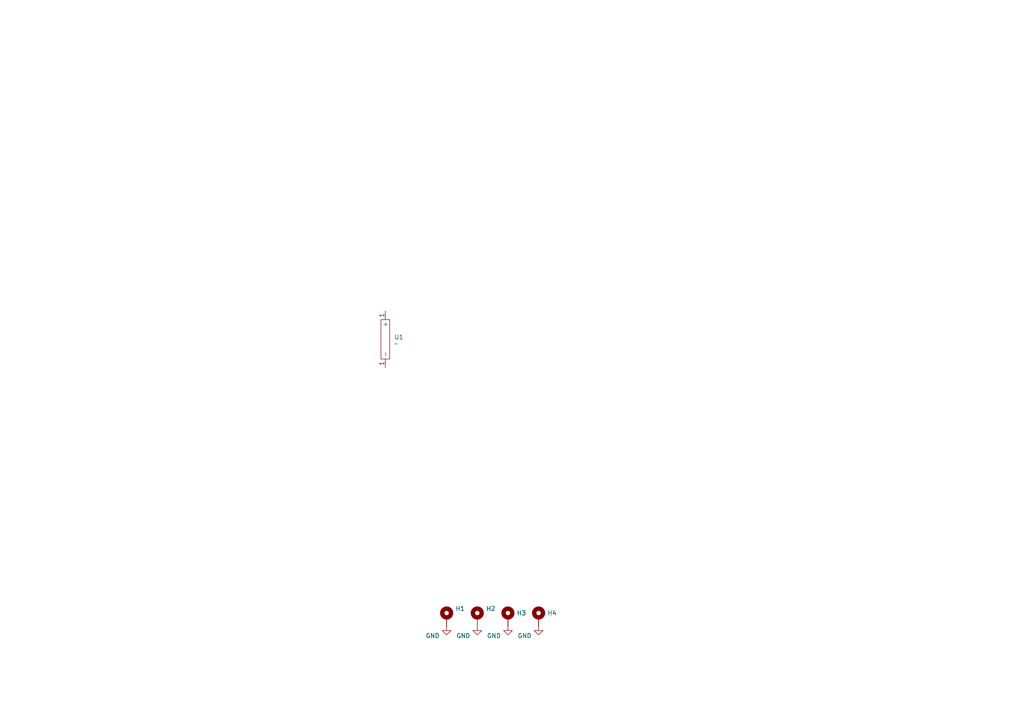
<source format=kicad_sch>
(kicad_sch (version 20231120) (generator "eeschema") (generator_version "8.0")
  (paper "A4")
  (title_block (title "Main Board") (date "2024-11-03") (rev "1.0"))
  (lib_symbols
    (symbol "CREPP_Batteries:BK-18650-PC2_18650_Holder_THT [CREPP]"
      (property "Reference" "U" (at 0 -1.27 0))
      (symbol "BK-18650-PC2_18650_Holder_THT [CREPP]_0_1"
        (rectangle (start -1.27 2.54) (end 1.27 -8.89))
      )
      (symbol "BK-18650-PC2_18650_Holder_THT [CREPP]_1_1"
        (pin output line (at 0 5.08 270) (length 2.54) (name "+") (number "1"))
        (pin output line (at 0 -11.43 90) (length 2.54) (name "-") (number "1"))
      )
    )
    (symbol "Mechanical:MountingHole_Pad" (pin_numbers hide) (pin_names (offset 1.016) hide) (exclude_from_sim yes) (in_bom no)
      (property "Reference" "H" (at 0 6.35 0))
      (property "Value" "MountingHole_Pad" (at 0 4.445 0))
      (symbol "MountingHole_Pad_0_1"
        (circle (center 0 1.27) (radius 1.27) (stroke (width 1.27)))
      )
      (symbol "MountingHole_Pad_1_1"
        (pin input line (at 0 -2.54 90) (length 2.54) (name "1") (number "1"))
      )
    )
    (symbol "power:GND" (power) (pin_numbers hide) (pin_names (offset 0) hide)
      (property "Value" "GND" (at 0 -3.81 0))
      (symbol "GND_0_1"
        (polyline (pts (xy 0 0) (xy 0 -1.27) (xy 1.27 -1.27) (xy 0 -2.54) (xy -1.27 -1.27) (xy 0 -1.27)))
      )
      (symbol "GND_1_1"
        (pin power_in line (at 0 0 270) (length 0) (name "~") (number "1"))
      )
    )
  )
  (symbol (lib_id "power:GND") (at 147.32 181.61 0) (unit 1)
    (property "Reference" "#PWR011" (effects (hide yes)))
    (property "Value" "GND" (at 143.256 184.404 0))
    (property "Description" "Power symbol creates a global label with name \"GND\" , ground" (effects (hide yes)))
  )
  (symbol (lib_id "Mechanical:MountingHole_Pad") (at 138.43 179.07 0) (unit 1) (exclude_from_sim yes) (in_bom no)
    (property "Reference" "H2" (at 140.97 176.5299 0) (effects (justify left)))
    (property "Value" "MountingHole_Pad" (effects (hide yes)))
    (property "Footprint" "MountingHole:MountingHole_3.2mm_M3" (effects (hide yes)))
    (property "Description" "Mounting Hole with connection" (effects (hide yes)))
  )
  (symbol (lib_id "CREPP_Batteries:BK-18650-PC2_18650_Holder_THT [CREPP]") (at 111.76 95.25 0) (unit 1)
    (property "Reference" "U1" (at 114.3 97.7899 0) (effects (justify left)))
    (property "Value" "~" (at 114.3 99.695 0) (effects (justify left)))
  )
  (symbol (lib_id "Mechanical:MountingHole_Pad") (at 129.54 179.07 0) (unit 1) (exclude_from_sim yes) (in_bom no)
    (property "Reference" "H1" (at 132.08 176.5299 0) (effects (justify left)))
    (property "Value" "MountingHole_Pad" (effects (hide yes)))
    (property "Footprint" "MountingHole:MountingHole_3.2mm_M3" (effects (hide yes)))
    (property "Description" "Mounting Hole with connection" (effects (hide yes)))
  )
  (symbol (lib_id "Mechanical:MountingHole_Pad") (at 156.21 179.07 0) (unit 1) (exclude_from_sim yes) (in_bom no)
    (property "Reference" "H4" (at 158.75 177.7999 0) (effects (justify left)))
    (property "Value" "MountingHole_Pad" (effects (hide yes)))
    (property "Footprint" "MountingHole:MountingHole_3.2mm_M3" (effects (hide yes)))
    (property "Description" "Mounting Hole with connection" (effects (hide yes)))
  )
  (symbol (lib_id "Mechanical:MountingHole_Pad") (at 147.32 179.07 0) (unit 1) (exclude_from_sim yes) (in_bom no)
    (property "Reference" "H3" (at 149.86 177.7999 0) (effects (justify left)))
    (property "Value" "MountingHole_Pad" (effects (hide yes)))
    (property "Footprint" "MountingHole:MountingHole_3.2mm_M3" (effects (hide yes)))
    (property "Description" "Mounting Hole with connection" (effects (hide yes)))
  )
  (symbol (lib_id "power:GND") (at 156.21 181.61 0) (unit 1)
    (property "Reference" "#PWR012" (effects (hide yes)))
    (property "Value" "GND" (at 152.146 184.404 0))
    (property "Description" "Power symbol creates a global label with name \"GND\" , ground" (effects (hide yes)))
  )
  (symbol (lib_id "power:GND") (at 138.43 181.61 0) (unit 1)
    (property "Reference" "#PWR010" (effects (hide yes)))
    (property "Value" "GND" (at 134.366 184.404 0))
    (property "Description" "Power symbol creates a global label with name \"GND\" , ground" (effects (hide yes)))
  )
  (symbol (lib_id "power:GND") (at 129.54 181.61 0) (unit 1)
    (property "Reference" "#PWR09" (effects (hide yes)))
    (property "Value" "GND" (at 125.476 184.404 0))
    (property "Description" "Power symbol creates a global label with name \"GND\" , ground" (effects (hide yes)))
  )
)
</source>
